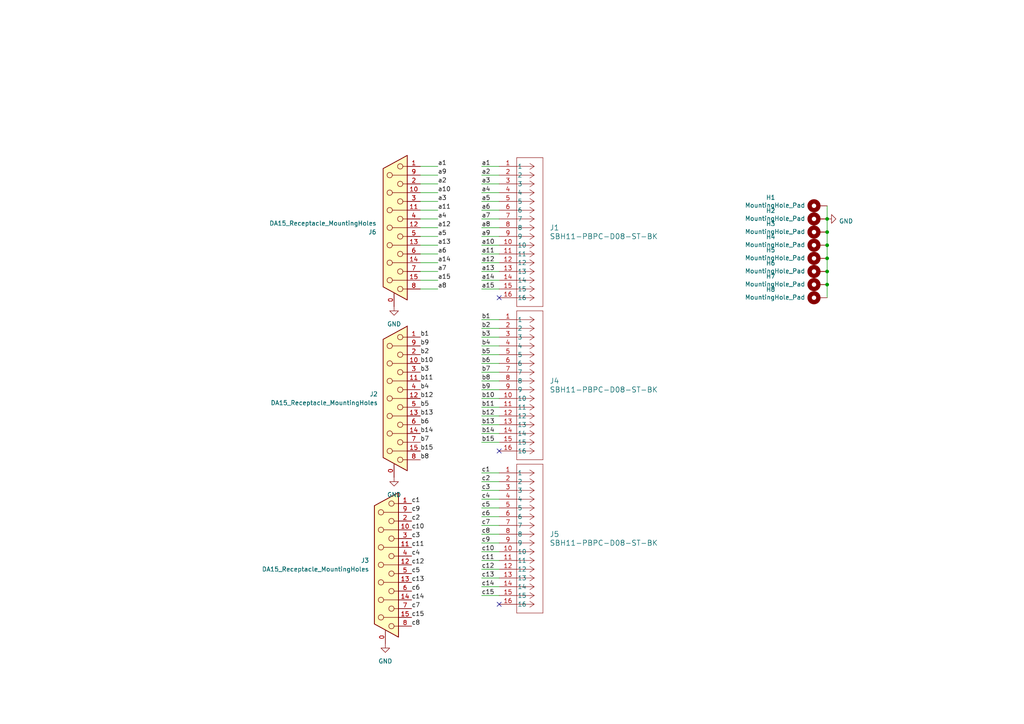
<source format=kicad_sch>
(kicad_sch (version 20230121) (generator eeschema)
  (paper "A4")
  (lib_symbols
    (symbol "0_Stepper_Feedthrough:SBH11-PBPC-D08-ST-BK" (pin_names (offset 0.254))
      (property "Reference" "J" (at 8.89 6.35 0))
      (property "Value" "SBH11-PBPC-D08-ST-BK" (at 2.54 12.7 0))
      (symbol "SBH11-PBPC-D08-ST-BK_1_1"
        (polyline (pts (xy 5.08 -40.64) (xy 12.7 -40.64)) (stroke (width 0.127)))
        (polyline (pts (xy 5.08 2.54) (xy 5.08 -40.64)) (stroke (width 0.127)))
        (polyline (pts (xy 10.16 -38.1) (xy 5.08 -38.1)) (stroke (width 0.127)))
        (polyline (pts (xy 10.16 -38.1) (xy 8.89 -38.9467)) (stroke (width 0.127)))
        (polyline (pts (xy 10.16 -38.1) (xy 8.89 -37.2533)) (stroke (width 0.127)))
        (polyline (pts (xy 10.16 -35.56) (xy 5.08 -35.56)) (stroke (width 0.127)))
        (polyline (pts (xy 10.16 -35.56) (xy 8.89 -36.4067)) (stroke (width 0.127)))
        (polyline (pts (xy 10.16 -35.56) (xy 8.89 -34.7133)) (stroke (width 0.127)))
        (polyline (pts (xy 10.16 -33.02) (xy 5.08 -33.02)) (stroke (width 0.127)))
        (polyline (pts (xy 10.16 -33.02) (xy 8.89 -33.8667)) (stroke (width 0.127)))
        (polyline (pts (xy 10.16 -33.02) (xy 8.89 -32.1733)) (stroke (width 0.127)))
        (polyline (pts (xy 10.16 -30.48) (xy 5.08 -30.48)) (stroke (width 0.127)))
        (polyline (pts (xy 10.16 -30.48) (xy 8.89 -31.3267)) (stroke (width 0.127)))
        (polyline (pts (xy 10.16 -30.48) (xy 8.89 -29.6333)) (stroke (width 0.127)))
        (polyline (pts (xy 10.16 -27.94) (xy 5.08 -27.94)) (stroke (width 0.127)))
        (polyline (pts (xy 10.16 -27.94) (xy 8.89 -28.7867)) (stroke (width 0.127)))
        (polyline (pts (xy 10.16 -27.94) (xy 8.89 -27.0933)) (stroke (width 0.127)))
        (polyline (pts (xy 10.16 -25.4) (xy 5.08 -25.4)) (stroke (width 0.127)))
        (polyline (pts (xy 10.16 -25.4) (xy 8.89 -26.2467)) (stroke (width 0.127)))
        (polyline (pts (xy 10.16 -25.4) (xy 8.89 -24.5533)) (stroke (width 0.127)))
        (polyline (pts (xy 10.16 -22.86) (xy 5.08 -22.86)) (stroke (width 0.127)))
        (polyline (pts (xy 10.16 -22.86) (xy 8.89 -23.7067)) (stroke (width 0.127)))
        (polyline (pts (xy 10.16 -22.86) (xy 8.89 -22.0133)) (stroke (width 0.127)))
        (polyline (pts (xy 10.16 -20.32) (xy 5.08 -20.32)) (stroke (width 0.127)))
        (polyline (pts (xy 10.16 -20.32) (xy 8.89 -21.1667)) (stroke (width 0.127)))
        (polyline (pts (xy 10.16 -20.32) (xy 8.89 -19.4733)) (stroke (width 0.127)))
        (polyline (pts (xy 10.16 -17.78) (xy 5.08 -17.78)) (stroke (width 0.127)))
        (polyline (pts (xy 10.16 -17.78) (xy 8.89 -18.6267)) (stroke (width 0.127)))
        (polyline (pts (xy 10.16 -17.78) (xy 8.89 -16.9333)) (stroke (width 0.127)))
        (polyline (pts (xy 10.16 -15.24) (xy 5.08 -15.24)) (stroke (width 0.127)))
        (polyline (pts (xy 10.16 -15.24) (xy 8.89 -16.0867)) (stroke (width 0.127)))
        (polyline (pts (xy 10.16 -15.24) (xy 8.89 -14.3933)) (stroke (width 0.127)))
        (polyline (pts (xy 10.16 -12.7) (xy 5.08 -12.7)) (stroke (width 0.127)))
        (polyline (pts (xy 10.16 -12.7) (xy 8.89 -13.5467)) (stroke (width 0.127)))
        (polyline (pts (xy 10.16 -12.7) (xy 8.89 -11.8533)) (stroke (width 0.127)))
        (polyline (pts (xy 10.16 -10.16) (xy 5.08 -10.16)) (stroke (width 0.127)))
        (polyline (pts (xy 10.16 -10.16) (xy 8.89 -11.0067)) (stroke (width 0.127)))
        (polyline (pts (xy 10.16 -10.16) (xy 8.89 -9.3133)) (stroke (width 0.127)))
        (polyline (pts (xy 10.16 -7.62) (xy 5.08 -7.62)) (stroke (width 0.127)))
        (polyline (pts (xy 10.16 -7.62) (xy 8.89 -8.4667)) (stroke (width 0.127)))
        (polyline (pts (xy 10.16 -7.62) (xy 8.89 -6.7733)) (stroke (width 0.127)))
        (polyline (pts (xy 10.16 -5.08) (xy 5.08 -5.08)) (stroke (width 0.127)))
        (polyline (pts (xy 10.16 -5.08) (xy 8.89 -5.9267)) (stroke (width 0.127)))
        (polyline (pts (xy 10.16 -5.08) (xy 8.89 -4.2333)) (stroke (width 0.127)))
        (polyline (pts (xy 10.16 -2.54) (xy 5.08 -2.54)) (stroke (width 0.127)))
        (polyline (pts (xy 10.16 -2.54) (xy 8.89 -3.3867)) (stroke (width 0.127)))
        (polyline (pts (xy 10.16 -2.54) (xy 8.89 -1.6933)) (stroke (width 0.127)))
        (polyline (pts (xy 10.16 0) (xy 5.08 0)) (stroke (width 0.127)))
        (polyline (pts (xy 10.16 0) (xy 8.89 -0.8467)) (stroke (width 0.127)))
        (polyline (pts (xy 10.16 0) (xy 8.89 0.8467)) (stroke (width 0.127)))
        (polyline (pts (xy 12.7 -40.64) (xy 12.7 2.54)) (stroke (width 0.127)))
        (polyline (pts (xy 12.7 2.54) (xy 5.08 2.54)) (stroke (width 0.127)))
        (pin unspecified line (at 0 0 0) (length 5.08) (name "1") (number "1"))
        (pin unspecified line (at 0 -22.86 0) (length 5.08) (name "10") (number "10"))
        (pin unspecified line (at 0 -25.4 0) (length 5.08) (name "11") (number "11"))
        (pin unspecified line (at 0 -27.94 0) (length 5.08) (name "12") (number "12"))
        (pin unspecified line (at 0 -30.48 0) (length 5.08) (name "13") (number "13"))
        (pin unspecified line (at 0 -33.02 0) (length 5.08) (name "14") (number "14"))
        (pin unspecified line (at 0 -35.56 0) (length 5.08) (name "15") (number "15"))
        (pin unspecified line (at 0 -38.1 0) (length 5.08) (name "16") (number "16"))
        (pin unspecified line (at 0 -2.54 0) (length 5.08) (name "2") (number "2"))
        (pin unspecified line (at 0 -5.08 0) (length 5.08) (name "3") (number "3"))
        (pin unspecified line (at 0 -7.62 0) (length 5.08) (name "4") (number "4"))
        (pin unspecified line (at 0 -10.16 0) (length 5.08) (name "5") (number "5"))
        (pin unspecified line (at 0 -12.7 0) (length 5.08) (name "6") (number "6"))
        (pin unspecified line (at 0 -15.24 0) (length 5.08) (name "7") (number "7"))
        (pin unspecified line (at 0 -17.78 0) (length 5.08) (name "8") (number "8"))
        (pin unspecified line (at 0 -20.32 0) (length 5.08) (name "9") (number "9"))
      )
      (symbol "SBH11-PBPC-D08-ST-BK_1_2"
        (polyline (pts (xy 5.08 -40.64) (xy 12.7 -40.64)) (stroke (width 0.127)))
        (polyline (pts (xy 5.08 2.54) (xy 5.08 -40.64)) (stroke (width 0.127)))
        (polyline (pts (xy 7.62 -38.1) (xy 5.08 -38.1)) (stroke (width 0.127)))
        (polyline (pts (xy 7.62 -38.1) (xy 8.89 -38.9467)) (stroke (width 0.127)))
        (polyline (pts (xy 7.62 -38.1) (xy 8.89 -37.2533)) (stroke (width 0.127)))
        (polyline (pts (xy 7.62 -35.56) (xy 5.08 -35.56)) (stroke (width 0.127)))
        (polyline (pts (xy 7.62 -35.56) (xy 8.89 -36.4067)) (stroke (width 0.127)))
        (polyline (pts (xy 7.62 -35.56) (xy 8.89 -34.7133)) (stroke (width 0.127)))
        (polyline (pts (xy 7.62 -33.02) (xy 5.08 -33.02)) (stroke (width 0.127)))
        (polyline (pts (xy 7.62 -33.02) (xy 8.89 -33.8667)) (stroke (width 0.127)))
        (polyline (pts (xy 7.62 -33.02) (xy 8.89 -32.1733)) (stroke (width 0.127)))
        (polyline (pts (xy 7.62 -30.48) (xy 5.08 -30.48)) (stroke (width 0.127)))
        (polyline (pts (xy 7.62 -30.48) (xy 8.89 -31.3267)) (stroke (width 0.127)))
        (polyline (pts (xy 7.62 -30.48) (xy 8.89 -29.6333)) (stroke (width 0.127)))
        (polyline (pts (xy 7.62 -27.94) (xy 5.08 -27.94)) (stroke (width 0.127)))
        (polyline (pts (xy 7.62 -27.94) (xy 8.89 -28.7867)) (stroke (width 0.127)))
        (polyline (pts (xy 7.62 -27.94) (xy 8.89 -27.0933)) (stroke (width 0.127)))
        (polyline (pts (xy 7.62 -25.4) (xy 5.08 -25.4)) (stroke (width 0.127)))
        (polyline (pts (xy 7.62 -25.4) (xy 8.89 -26.2467)) (stroke (width 0.127)))
        (polyline (pts (xy 7.62 -25.4) (xy 8.89 -24.5533)) (stroke (width 0.127)))
        (polyline (pts (xy 7.62 -22.86) (xy 5.08 -22.86)) (stroke (width 0.127)))
        (polyline (pts (xy 7.62 -22.86) (xy 8.89 -23.7067)) (stroke (width 0.127)))
        (polyline (pts (xy 7.62 -22.86) (xy 8.89 -22.0133)) (stroke (width 0.127)))
        (polyline (pts (xy 7.62 -20.32) (xy 5.08 -20.32)) (stroke (width 0.127)))
        (polyline (pts (xy 7.62 -20.32) (xy 8.89 -21.1667)) (stroke (width 0.127)))
        (polyline (pts (xy 7.62 -20.32) (xy 8.89 -19.4733)) (stroke (width 0.127)))
        (polyline (pts (xy 7.62 -17.78) (xy 5.08 -17.78)) (stroke (width 0.127)))
        (polyline (pts (xy 7.62 -17.78) (xy 8.89 -18.6267)) (stroke (width 0.127)))
        (polyline (pts (xy 7.62 -17.78) (xy 8.89 -16.9333)) (stroke (width 0.127)))
        (polyline (pts (xy 7.62 -15.24) (xy 5.08 -15.24)) (stroke (width 0.127)))
        (polyline (pts (xy 7.62 -15.24) (xy 8.89 -16.0867)) (stroke (width 0.127)))
        (polyline (pts (xy 7.62 -15.24) (xy 8.89 -14.3933)) (stroke (width 0.127)))
        (polyline (pts (xy 7.62 -12.7) (xy 5.08 -12.7)) (stroke (width 0.127)))
        (polyline (pts (xy 7.62 -12.7) (xy 8.89 -13.5467)) (stroke (width 0.127)))
        (polyline (pts (xy 7.62 -12.7) (xy 8.89 -11.8533)) (stroke (width 0.127)))
        (polyline (pts (xy 7.62 -10.16) (xy 5.08 -10.16)) (stroke (width 0.127)))
        (polyline (pts (xy 7.62 -10.16) (xy 8.89 -11.0067)) (stroke (width 0.127)))
        (polyline (pts (xy 7.62 -10.16) (xy 8.89 -9.3133)) (stroke (width 0.127)))
        (polyline (pts (xy 7.62 -7.62) (xy 5.08 -7.62)) (stroke (width 0.127)))
        (polyline (pts (xy 7.62 -7.62) (xy 8.89 -8.4667)) (stroke (width 0.127)))
        (polyline (pts (xy 7.62 -7.62) (xy 8.89 -6.7733)) (stroke (width 0.127)))
        (polyline (pts (xy 7.62 -5.08) (xy 5.08 -5.08)) (stroke (width 0.127)))
        (polyline (pts (xy 7.62 -5.08) (xy 8.89 -5.9267)) (stroke (width 0.127)))
        (polyline (pts (xy 7.62 -5.08) (xy 8.89 -4.2333)) (stroke (width 0.127)))
        (polyline (pts (xy 7.62 -2.54) (xy 5.08 -2.54)) (stroke (width 0.127)))
        (polyline (pts (xy 7.62 -2.54) (xy 8.89 -3.3867)) (stroke (width 0.127)))
        (polyline (pts (xy 7.62 -2.54) (xy 8.89 -1.6933)) (stroke (width 0.127)))
        (polyline (pts (xy 7.62 0) (xy 5.08 0)) (stroke (width 0.127)))
        (polyline (pts (xy 7.62 0) (xy 8.89 -0.8467)) (stroke (width 0.127)))
        (polyline (pts (xy 7.62 0) (xy 8.89 0.8467)) (stroke (width 0.127)))
        (polyline (pts (xy 12.7 -40.64) (xy 12.7 2.54)) (stroke (width 0.127)))
        (polyline (pts (xy 12.7 2.54) (xy 5.08 2.54)) (stroke (width 0.127)))
        (pin unspecified line (at 0 0 0) (length 5.08) (name "1") (number "1"))
        (pin unspecified line (at 0 -22.86 0) (length 5.08) (name "10") (number "10"))
        (pin unspecified line (at 0 -25.4 0) (length 5.08) (name "11") (number "11"))
        (pin unspecified line (at 0 -27.94 0) (length 5.08) (name "12") (number "12"))
        (pin unspecified line (at 0 -30.48 0) (length 5.08) (name "13") (number "13"))
        (pin unspecified line (at 0 -33.02 0) (length 5.08) (name "14") (number "14"))
        (pin unspecified line (at 0 -35.56 0) (length 5.08) (name "15") (number "15"))
        (pin unspecified line (at 0 -38.1 0) (length 5.08) (name "16") (number "16"))
        (pin unspecified line (at 0 -2.54 0) (length 5.08) (name "2") (number "2"))
        (pin unspecified line (at 0 -5.08 0) (length 5.08) (name "3") (number "3"))
        (pin unspecified line (at 0 -7.62 0) (length 5.08) (name "4") (number "4"))
        (pin unspecified line (at 0 -10.16 0) (length 5.08) (name "5") (number "5"))
        (pin unspecified line (at 0 -12.7 0) (length 5.08) (name "6") (number "6"))
        (pin unspecified line (at 0 -15.24 0) (length 5.08) (name "7") (number "7"))
        (pin unspecified line (at 0 -17.78 0) (length 5.08) (name "8") (number "8"))
        (pin unspecified line (at 0 -20.32 0) (length 5.08) (name "9") (number "9"))
      )
    )
    (symbol "Connector:DA15_Receptacle_MountingHoles" (pin_names (offset 1.016) hide)
      (property "Reference" "J" (at 0 24.13 0))
      (property "Value" "DA15_Receptacle_MountingHoles" (at 0 22.225 0))
      (symbol "DA15_Receptacle_MountingHoles_0_1"
        (circle (center -1.778 -17.78) (radius 0.762))
        (circle (center -1.778 -12.7) (radius 0.762))
        (circle (center -1.778 -7.62) (radius 0.762))
        (circle (center -1.778 -2.54) (radius 0.762))
        (circle (center -1.778 2.54) (radius 0.762))
        (circle (center -1.778 7.62) (radius 0.762))
        (circle (center -1.778 12.7) (radius 0.762))
        (circle (center -1.778 17.78) (radius 0.762))
        (polyline (pts (xy -3.81 -17.78) (xy -2.54 -17.78)))
        (polyline (pts (xy -3.81 -15.24) (xy 0.508 -15.24)))
        (polyline (pts (xy -3.81 -12.7) (xy -2.54 -12.7)))
        (polyline (pts (xy -3.81 -10.16) (xy 0.508 -10.16)))
        (polyline (pts (xy -3.81 -7.62) (xy -2.54 -7.62)))
        (polyline (pts (xy -3.81 -5.08) (xy 0.508 -5.08)))
        (polyline (pts (xy -3.81 -2.54) (xy -2.54 -2.54)))
        (polyline (pts (xy -3.81 0) (xy 0.508 0)))
        (polyline (pts (xy -3.81 2.54) (xy -2.54 2.54)))
        (polyline (pts (xy -3.81 5.08) (xy 0.508 5.08)))
        (polyline (pts (xy -3.81 7.62) (xy -2.54 7.62)))
        (polyline (pts (xy -3.81 10.16) (xy 0.508 10.16)))
        (polyline (pts (xy -3.81 12.7) (xy -2.54 12.7)))
        (polyline (pts (xy -3.81 15.24) (xy 0.508 15.24)))
        (polyline (pts (xy -3.81 17.78) (xy -2.54 17.78)))
        (polyline (pts (xy -3.81 20.955) (xy 3.175 17.145) (xy 3.175 -17.145) (xy -3.81 -20.955) (xy -3.81 20.955)) (stroke (width 0.254)) (fill (type background)))
        (circle (center 1.27 -15.24) (radius 0.762))
        (circle (center 1.27 -10.16) (radius 0.762))
        (circle (center 1.27 -5.08) (radius 0.762))
        (circle (center 1.27 0) (radius 0.762))
        (circle (center 1.27 5.08) (radius 0.762))
        (circle (center 1.27 10.16) (radius 0.762))
        (circle (center 1.27 15.24) (radius 0.762))
      )
      (symbol "DA15_Receptacle_MountingHoles_1_1"
        (pin passive line (at 0 -22.86 90) (length 3.81) (name "PAD") (number "0"))
        (pin passive line (at -7.62 17.78 0) (length 3.81) (name "1") (number "1"))
        (pin passive line (at -7.62 10.16 0) (length 3.81) (name "P10") (number "10"))
        (pin passive line (at -7.62 5.08 0) (length 3.81) (name "P111") (number "11"))
        (pin passive line (at -7.62 0 0) (length 3.81) (name "P12") (number "12"))
        (pin passive line (at -7.62 -5.08 0) (length 3.81) (name "P13") (number "13"))
        (pin passive line (at -7.62 -10.16 0) (length 3.81) (name "P14") (number "14"))
        (pin passive line (at -7.62 -15.24 0) (length 3.81) (name "P15") (number "15"))
        (pin passive line (at -7.62 12.7 0) (length 3.81) (name "2") (number "2"))
        (pin passive line (at -7.62 7.62 0) (length 3.81) (name "3") (number "3"))
        (pin passive line (at -7.62 2.54 0) (length 3.81) (name "4") (number "4"))
        (pin passive line (at -7.62 -2.54 0) (length 3.81) (name "5") (number "5"))
        (pin passive line (at -7.62 -7.62 0) (length 3.81) (name "6") (number "6"))
        (pin passive line (at -7.62 -12.7 0) (length 3.81) (name "7") (number "7"))
        (pin passive line (at -7.62 -17.78 0) (length 3.81) (name "8") (number "8"))
        (pin passive line (at -7.62 15.24 0) (length 3.81) (name "P9") (number "9"))
      )
    )
    (symbol "Mechanical:MountingHole_Pad" (pin_numbers hide) (pin_names (offset 1.016) hide)
      (property "Reference" "H" (at 0 6.35 0))
      (property "Value" "MountingHole_Pad" (at 0 4.445 0))
      (symbol "MountingHole_Pad_0_1"
        (circle (center 0 1.27) (radius 1.27) (stroke (width 1.27)))
      )
      (symbol "MountingHole_Pad_1_1"
        (pin input line (at 0 -2.54 90) (length 2.54) (name "1") (number "1"))
      )
    )
    (symbol "power:GND" (power) (pin_names (offset 0))
      (property "Value" "GND" (at 0 -3.81 0))
      (symbol "GND_0_1"
        (polyline (pts (xy 0 0) (xy 0 -1.27) (xy 1.27 -1.27) (xy 0 -2.54) (xy -1.27 -1.27) (xy 0 -1.27)))
      )
      (symbol "GND_1_1"
        (pin power_in line (at 0 0 270) (length 0) hide (name "GND") (number "1"))
      )
    )
  )
  (junction (at 239.903 63.5))
  (junction (at 239.903 71.12))
  (junction (at 239.903 67.31))
  (junction (at 239.903 74.93))
  (junction (at 239.903 82.55))
  (junction (at 239.903 78.74))
  (no_connect (at 144.78 86.36))
  (no_connect (at 144.78 130.81))
  (no_connect (at 144.78 175.26))
  (wire (pts (xy 139.7 100.33) (xy 144.78 100.33)))
  (wire (pts (xy 139.7 165.1) (xy 144.78 165.1)))
  (wire (pts (xy 139.7 81.28) (xy 144.78 81.28)))
  (wire (pts (xy 139.7 157.48) (xy 144.78 157.48)))
  (wire (pts (xy 139.7 83.82) (xy 144.78 83.82)))
  (wire (pts (xy 121.92 58.42) (xy 127 58.42)))
  (wire (pts (xy 139.7 149.86) (xy 144.78 149.86)))
  (wire (pts (xy 139.7 76.2) (xy 144.78 76.2)))
  (wire (pts (xy 139.7 107.95) (xy 144.78 107.95)))
  (wire (pts (xy 121.92 78.74) (xy 127 78.74)))
  (wire (pts (xy 239.903 74.93) (xy 239.903 78.74)))
  (wire (pts (xy 139.7 123.19) (xy 144.78 123.19)))
  (wire (pts (xy 139.7 110.49) (xy 144.78 110.49)))
  (wire (pts (xy 239.903 71.12) (xy 239.903 74.93)))
  (wire (pts (xy 139.7 139.7) (xy 144.78 139.7)))
  (wire (pts (xy 139.7 60.96) (xy 144.78 60.96)))
  (wire (pts (xy 139.7 144.78) (xy 144.78 144.78)))
  (wire (pts (xy 139.7 102.87) (xy 144.78 102.87)))
  (wire (pts (xy 139.7 78.74) (xy 144.78 78.74)))
  (wire (pts (xy 239.903 67.31) (xy 239.903 71.12)))
  (wire (pts (xy 139.7 95.25) (xy 144.78 95.25)))
  (wire (pts (xy 139.7 172.72) (xy 144.78 172.72)))
  (wire (pts (xy 139.7 142.24) (xy 144.78 142.24)))
  (wire (pts (xy 121.92 66.04) (xy 127 66.04)))
  (wire (pts (xy 139.7 170.18) (xy 144.78 170.18)))
  (wire (pts (xy 121.92 48.26) (xy 127 48.26)))
  (wire (pts (xy 121.92 76.2) (xy 127 76.2)))
  (wire (pts (xy 139.7 152.4) (xy 144.78 152.4)))
  (wire (pts (xy 139.7 167.64) (xy 144.78 167.64)))
  (wire (pts (xy 239.903 59.69) (xy 239.903 63.5)))
  (wire (pts (xy 121.92 60.96) (xy 127 60.96)))
  (wire (pts (xy 121.92 53.34) (xy 127 53.34)))
  (wire (pts (xy 121.92 68.58) (xy 127 68.58)))
  (wire (pts (xy 139.7 120.65) (xy 144.78 120.65)))
  (wire (pts (xy 139.7 58.42) (xy 144.78 58.42)))
  (wire (pts (xy 239.903 78.74) (xy 239.903 82.55)))
  (wire (pts (xy 139.7 73.66) (xy 144.78 73.66)))
  (wire (pts (xy 139.7 71.12) (xy 144.78 71.12)))
  (wire (pts (xy 139.7 105.41) (xy 144.78 105.41)))
  (wire (pts (xy 121.92 73.66) (xy 127 73.66)))
  (wire (pts (xy 239.903 63.5) (xy 239.903 67.31)))
  (wire (pts (xy 239.903 82.55) (xy 239.903 86.36)))
  (wire (pts (xy 139.7 137.16) (xy 144.78 137.16)))
  (wire (pts (xy 121.92 71.12) (xy 127 71.12)))
  (wire (pts (xy 139.7 50.8) (xy 144.78 50.8)))
  (wire (pts (xy 139.7 48.26) (xy 144.78 48.26)))
  (wire (pts (xy 121.92 83.82) (xy 127 83.82)))
  (wire (pts (xy 139.7 66.04) (xy 144.78 66.04)))
  (wire (pts (xy 139.7 92.71) (xy 144.78 92.71)))
  (wire (pts (xy 121.92 63.5) (xy 127 63.5)))
  (wire (pts (xy 139.7 118.11) (xy 144.78 118.11)))
  (wire (pts (xy 139.7 53.34) (xy 144.78 53.34)))
  (wire (pts (xy 139.7 154.94) (xy 144.78 154.94)))
  (wire (pts (xy 139.7 115.57) (xy 144.78 115.57)))
  (wire (pts (xy 121.92 81.28) (xy 127 81.28)))
  (wire (pts (xy 139.7 128.27) (xy 144.78 128.27)))
  (wire (pts (xy 139.7 97.79) (xy 144.78 97.79)))
  (wire (pts (xy 139.7 55.88) (xy 144.78 55.88)))
  (wire (pts (xy 139.7 63.5) (xy 144.78 63.5)))
  (wire (pts (xy 139.7 160.02) (xy 144.78 160.02)))
  (wire (pts (xy 121.92 50.8) (xy 127 50.8)))
  (wire (pts (xy 139.7 162.56) (xy 144.78 162.56)))
  (wire (pts (xy 139.7 125.73) (xy 144.78 125.73)))
  (wire (pts (xy 139.7 68.58) (xy 144.78 68.58)))
  (wire (pts (xy 121.92 55.88) (xy 127 55.88)))
  (wire (pts (xy 139.7 113.03) (xy 144.78 113.03)))
  (wire (pts (xy 139.7 147.32) (xy 144.78 147.32)))
  (label "b3" (at 121.92 107.95 0))
  (label "b14" (at 139.7 125.73 0))
  (label "c5" (at 119.38 166.37 0))
  (label "b1" (at 121.92 97.79 0))
  (label "b12" (at 139.7 120.65 0))
  (label "a13" (at 139.7 78.74 0))
  (label "b13" (at 121.92 120.65 0))
  (label "b5" (at 121.92 118.11 0))
  (label "a14" (at 127 76.2 0))
  (label "a1" (at 139.7 48.26 0))
  (label "c9" (at 139.7 157.48 0))
  (label "c15" (at 139.7 172.72 0))
  (label "c10" (at 139.7 160.02 0))
  (label "a7" (at 139.7 63.5 0))
  (label "b10" (at 139.7 115.57 0))
  (label "a6" (at 139.7 60.96 0))
  (label "a9" (at 139.7 68.58 0))
  (label "a8" (at 139.7 66.04 0))
  (label "a10" (at 127 55.88 0))
  (label "b1" (at 139.7 92.71 0))
  (label "c15" (at 119.38 179.07 0))
  (label "a5" (at 139.7 58.42 0))
  (label "c14" (at 139.7 170.18 0))
  (label "c12" (at 119.38 163.83 0))
  (label "c8" (at 119.38 181.61 0))
  (label "c5" (at 139.7 147.32 0))
  (label "b3" (at 139.7 97.79 0))
  (label "b6" (at 139.7 105.41 0))
  (label "a10" (at 139.7 71.12 0))
  (label "b10" (at 121.92 105.41 0))
  (label "c3" (at 119.38 156.21 0))
  (label "a11" (at 127 60.96 0))
  (label "a3" (at 139.7 53.34 0))
  (label "b9" (at 121.92 100.33 0))
  (label "c13" (at 119.38 168.91 0))
  (label "a15" (at 139.7 83.82 0))
  (label "b9" (at 139.7 113.03 0))
  (label "b13" (at 139.7 123.19 0))
  (label "c6" (at 119.38 171.45 0))
  (label "c2" (at 139.7 139.7 0))
  (label "a12" (at 139.7 76.2 0))
  (label "c2" (at 119.38 151.13 0))
  (label "a5" (at 127 68.58 0))
  (label "b15" (at 139.7 128.27 0))
  (label "c9" (at 119.38 148.59 0))
  (label "c7" (at 139.7 152.4 0))
  (label "c4" (at 119.38 161.29 0))
  (label "c13" (at 139.7 167.64 0))
  (label "c6" (at 139.7 149.86 0))
  (label "c1" (at 139.7 137.16 0))
  (label "c11" (at 139.7 162.56 0))
  (label "a9" (at 127 50.8 0))
  (label "a1" (at 127 48.26 0))
  (label "b4" (at 139.7 100.33 0))
  (label "a6" (at 127 73.66 0))
  (label "a15" (at 127 81.28 0))
  (label "b4" (at 121.92 113.03 0))
  (label "b7" (at 139.7 107.95 0))
  (label "a4" (at 127 63.5 0))
  (label "c3" (at 139.7 142.24 0))
  (label "a7" (at 127 78.74 0))
  (label "a12" (at 127 66.04 0))
  (label "b6" (at 121.92 123.19 0))
  (label "b14" (at 121.92 125.73 0))
  (label "a11" (at 139.7 73.66 0))
  (label "a8" (at 127 83.82 0))
  (label "b11" (at 121.92 110.49 0))
  (label "b2" (at 121.92 102.87 0))
  (label "a14" (at 139.7 81.28 0))
  (label "c8" (at 139.7 154.94 0))
  (label "a13" (at 127 71.12 0))
  (label "b7" (at 121.92 128.27 0))
  (label "c10" (at 119.38 153.67 0))
  (label "c1" (at 119.38 146.05 0))
  (label "b11" (at 139.7 118.11 0))
  (label "a2" (at 139.7 50.8 0))
  (label "a4" (at 139.7 55.88 0))
  (label "a3" (at 127 58.42 0))
  (label "b8" (at 139.7 110.49 0))
  (label "b2" (at 139.7 95.25 0))
  (label "b12" (at 121.92 115.57 0))
  (label "c12" (at 139.7 165.1 0))
  (label "c14" (at 119.38 173.99 0))
  (label "c7" (at 119.38 176.53 0))
  (label "a2" (at 127 53.34 0))
  (label "c4" (at 139.7 144.78 0))
  (label "c11" (at 119.38 158.75 0))
  (label "b5" (at 139.7 102.87 0))
  (label "b15" (at 121.92 130.81 0))
  (label "b8" (at 121.92 133.35 0))
  (symbol (lib_id "0_Stepper_Feedthrough:SBH11-PBPC-D08-ST-BK") (at 144.78 48.26 0) (unit 1)
    (property "Reference" "J1" (at 159.385 66.04 0) (effects (font (size 1.524 1.524)) (justify left)))
    (property "Value" "SBH11-PBPC-D08-ST-BK" (at 159.385 68.58 0) (effects (font (size 1.524 1.524)) (justify left)))
    (property "Footprint" "CONN16_SBH11-PBPC-D08-ST-BK_SUL" (effects hide))
    (property "Datasheet" "SBH11-PBPC-D08-ST-BK" (effects hide))
  )
  (symbol (lib_id "Mechanical:MountingHole_Pad") (at 237.363 78.74 90) (unit 1)
    (property "Reference" "H6" (at 223.52 76.327 90))
    (property "Value" "MountingHole_Pad" (at 224.79 78.613 90))
    (property "Footprint" "MountingHole:MountingHole_5mm_Pad" (effects hide))
  )
  (symbol (lib_id "power:GND") (at 114.3 138.43 0) (unit 1)
    (property "Reference" "#PWR02" (effects hide))
    (property "Value" "GND" (at 114.3 143.51 0))
  )
  (symbol (lib_id "Mechanical:MountingHole_Pad") (at 237.363 86.36 90) (unit 1)
    (property "Reference" "H8" (at 223.52 83.947 90))
    (property "Value" "MountingHole_Pad" (at 224.79 86.233 90))
    (property "Footprint" "MountingHole:MountingHole_5mm_Pad" (effects hide))
  )
  (symbol (lib_id "Connector:DA15_Receptacle_MountingHoles") (at 114.3 66.04 0) (mirror y) (unit 1)
    (property "Reference" "J6" (at 109.22 67.31 0) (effects (justify left)))
    (property "Value" "DA15_Receptacle_MountingHoles" (at 109.22 64.77 0) (effects (justify left)))
    (property "Footprint" "Connector_Dsub:DSUB-15_Male_Vertical_P2.77x2.84mm_MountingHoles" (effects hide))
    (property "Datasheet" " ~" (effects hide))
    (property "LCSC" "C599294" (effects hide))
  )
  (symbol (lib_id "Mechanical:MountingHole_Pad") (at 237.363 74.93 90) (unit 1)
    (property "Reference" "H5" (at 223.52 72.517 90))
    (property "Value" "MountingHole_Pad" (at 224.79 74.803 90))
    (property "Footprint" "MountingHole:MountingHole_5mm_Pad" (effects hide))
  )
  (symbol (lib_id "power:GND") (at 111.76 186.69 0) (unit 1)
    (property "Reference" "#PWR01" (effects hide))
    (property "Value" "GND" (at 111.76 191.77 0))
  )
  (symbol (lib_id "Connector:DA15_Receptacle_MountingHoles") (at 111.76 163.83 0) (mirror y) (unit 1)
    (property "Reference" "J3" (at 107.061 162.56 0) (effects (justify left)))
    (property "Value" "DA15_Receptacle_MountingHoles" (at 107.061 165.1 0) (effects (justify left)))
    (property "Footprint" "Connector_Dsub:DSUB-15_Male_Vertical_P2.77x2.84mm_MountingHoles" (effects hide))
    (property "Datasheet" " ~" (effects hide))
    (property "LCSC" "C599294" (effects hide))
  )
  (symbol (lib_id "Mechanical:MountingHole_Pad") (at 237.363 71.12 90) (unit 1)
    (property "Reference" "H4" (at 223.52 68.707 90))
    (property "Value" "MountingHole_Pad" (at 224.79 70.993 90))
    (property "Footprint" "MountingHole:MountingHole_5mm_Pad" (effects hide))
  )
  (symbol (lib_id "0_Stepper_Feedthrough:SBH11-PBPC-D08-ST-BK") (at 144.78 137.16 0) (unit 1)
    (property "Reference" "J5" (at 159.385 154.94 0) (effects (font (size 1.524 1.524)) (justify left)))
    (property "Value" "SBH11-PBPC-D08-ST-BK" (at 159.385 157.48 0) (effects (font (size 1.524 1.524)) (justify left)))
    (property "Footprint" "CONN16_SBH11-PBPC-D08-ST-BK_SUL" (effects hide))
    (property "Datasheet" "SBH11-PBPC-D08-ST-BK" (effects hide))
  )
  (symbol (lib_id "power:GND") (at 114.3 88.9 0) (unit 1)
    (property "Reference" "#PWR03" (effects hide))
    (property "Value" "GND" (at 114.3 93.98 0))
  )
  (symbol (lib_id "Mechanical:MountingHole_Pad") (at 237.363 59.69 90) (unit 1)
    (property "Reference" "H1" (at 223.52 57.277 90))
    (property "Value" "MountingHole_Pad" (at 224.79 59.563 90))
    (property "Footprint" "MountingHole:MountingHole_5mm_Pad" (effects hide))
  )
  (symbol (lib_id "Mechanical:MountingHole_Pad") (at 237.363 82.55 90) (unit 1)
    (property "Reference" "H7" (at 223.52 80.137 90))
    (property "Value" "MountingHole_Pad" (at 224.79 82.423 90))
    (property "Footprint" "MountingHole:MountingHole_5mm_Pad" (effects hide))
  )
  (symbol (lib_id "power:GND") (at 239.903 63.5 90) (unit 1)
    (property "Reference" "#PWR04" (effects hide))
    (property "Value" "GND" (at 243.332 64.135 90) (effects (justify right)))
  )
  (symbol (lib_id "Mechanical:MountingHole_Pad") (at 237.363 63.5 90) (unit 1)
    (property "Reference" "H2" (at 223.52 61.087 90))
    (property "Value" "MountingHole_Pad" (at 224.79 63.373 90))
    (property "Footprint" "MountingHole:MountingHole_5mm_Pad" (effects hide))
  )
  (symbol (lib_id "Connector:DA15_Receptacle_MountingHoles") (at 114.3 115.57 0) (mirror y) (unit 1)
    (property "Reference" "J2" (at 109.601 114.3 0) (effects (justify left)))
    (property "Value" "DA15_Receptacle_MountingHoles" (at 109.601 116.84 0) (effects (justify left)))
    (property "Footprint" "Connector_Dsub:DSUB-15_Male_Vertical_P2.77x2.84mm_MountingHoles" (effects hide))
    (property "Datasheet" " ~" (effects hide))
    (property "LCSC" "C599294" (effects hide))
  )
  (symbol (lib_id "Mechanical:MountingHole_Pad") (at 237.363 67.31 90) (unit 1)
    (property "Reference" "H3" (at 223.52 64.897 90))
    (property "Value" "MountingHole_Pad" (at 224.79 67.183 90))
    (property "Footprint" "MountingHole:MountingHole_5mm_Pad" (effects hide))
  )
  (symbol (lib_id "0_Stepper_Feedthrough:SBH11-PBPC-D08-ST-BK") (at 144.78 92.71 0) (unit 1)
    (property "Reference" "J4" (at 159.385 110.49 0) (effects (font (size 1.524 1.524)) (justify left)))
    (property "Value" "SBH11-PBPC-D08-ST-BK" (at 159.385 113.03 0) (effects (font (size 1.524 1.524)) (justify left)))
    (property "Footprint" "CONN16_SBH11-PBPC-D08-ST-BK_SUL" (effects hide))
    (property "Datasheet" "SBH11-PBPC-D08-ST-BK" (effects hide))
  )
)
</source>
